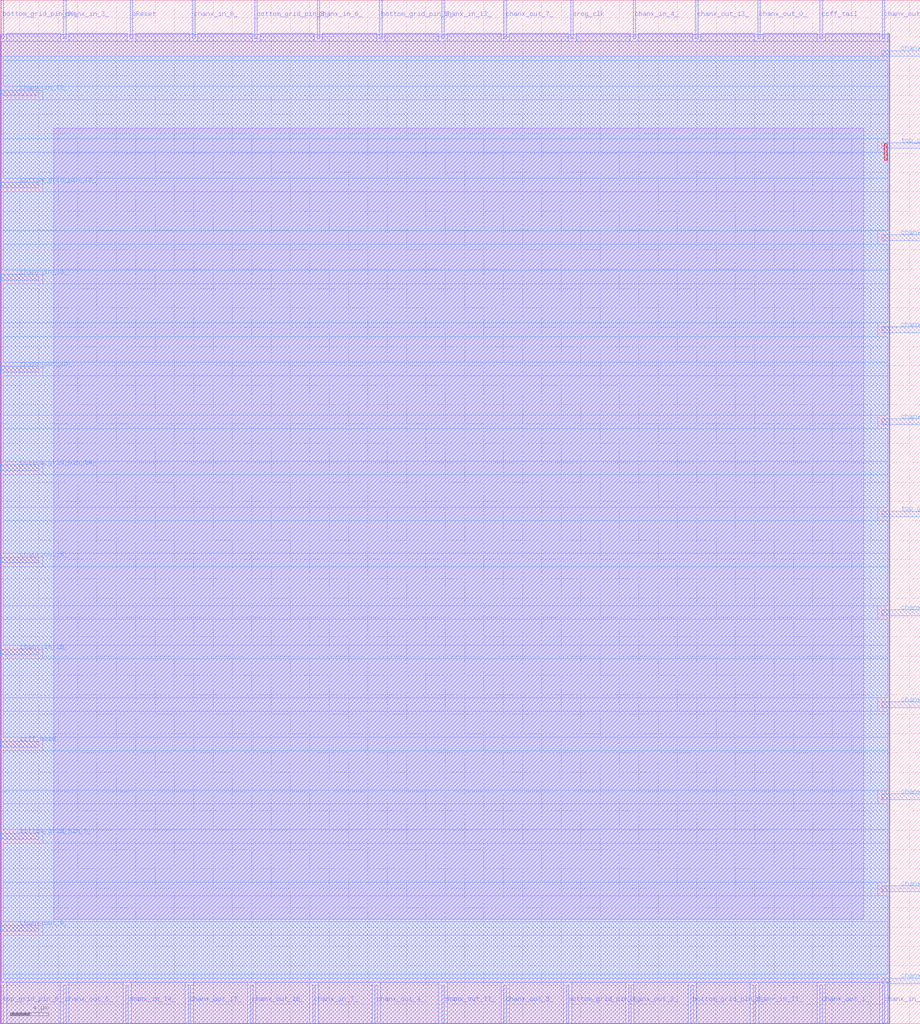
<source format=lef>
VERSION 5.7 ;
  NAMESCASESENSITIVE ON ;
  NOWIREEXTENSIONATPIN ON ;
  DIVIDERCHAR "/" ;
  BUSBITCHARS "[]" ;
UNITS
  DATABASE MICRONS 200 ;
END UNITS

MACRO cbx_1__0_
  CLASS BLOCK ;
  FOREIGN cbx_1__0_ ;
  ORIGIN 0.000 0.000 ;
  SIZE 95.100 BY 105.820 ;
  PIN bottom_grid_pin_0_
    DIRECTION OUTPUT TRISTATE ;
    PORT
      LAYER met3 ;
        RECT 0.000 19.080 4.000 19.680 ;
    END
  END bottom_grid_pin_0_
  PIN bottom_grid_pin_10_
    DIRECTION OUTPUT TRISTATE ;
    PORT
      LAYER met2 ;
        RECT 0.090 101.820 0.370 105.820 ;
    END
  END bottom_grid_pin_10_
  PIN bottom_grid_pin_12_
    DIRECTION OUTPUT TRISTATE ;
    PORT
      LAYER met3 ;
        RECT 0.000 86.400 4.000 87.000 ;
    END
  END bottom_grid_pin_12_
  PIN bottom_grid_pin_14_
    DIRECTION OUTPUT TRISTATE ;
    PORT
      LAYER met3 ;
        RECT 0.000 57.160 4.000 57.760 ;
    END
  END bottom_grid_pin_14_
  PIN bottom_grid_pin_2_
    DIRECTION OUTPUT TRISTATE ;
    PORT
      LAYER met2 ;
        RECT 39.190 101.820 39.470 105.820 ;
    END
  END bottom_grid_pin_2_
  PIN bottom_grid_pin_4_
    DIRECTION OUTPUT TRISTATE ;
    PORT
      LAYER met2 ;
        RECT 58.510 0.000 58.790 4.000 ;
    END
  END bottom_grid_pin_4_
  PIN bottom_grid_pin_6_
    DIRECTION OUTPUT TRISTATE ;
    PORT
      LAYER met2 ;
        RECT 71.390 0.000 71.670 4.000 ;
    END
  END bottom_grid_pin_6_
  PIN bottom_grid_pin_8_
    DIRECTION OUTPUT TRISTATE ;
    PORT
      LAYER met2 ;
        RECT 26.310 101.820 26.590 105.820 ;
    END
  END bottom_grid_pin_8_
  PIN ccff_head
    DIRECTION INPUT ;
    PORT
      LAYER met3 ;
        RECT 0.000 28.600 4.000 29.200 ;
    END
  END ccff_head
  PIN ccff_tail
    DIRECTION OUTPUT TRISTATE ;
    PORT
      LAYER met2 ;
        RECT 84.730 101.820 85.010 105.820 ;
    END
  END ccff_tail
  PIN chanx_in_0_
    DIRECTION INPUT ;
    PORT
      LAYER met3 ;
        RECT 91.100 71.440 95.100 72.040 ;
    END
  END chanx_in_0_
  PIN chanx_in_10_
    DIRECTION INPUT ;
    PORT
      LAYER met3 ;
        RECT 0.000 76.880 4.000 77.480 ;
    END
  END chanx_in_10_
  PIN chanx_in_11_
    DIRECTION INPUT ;
    PORT
      LAYER met2 ;
        RECT 77.830 0.000 78.110 4.000 ;
    END
  END chanx_in_11_
  PIN chanx_in_12_
    DIRECTION INPUT ;
    PORT
      LAYER met3 ;
        RECT 0.000 95.920 4.000 96.520 ;
    END
  END chanx_in_12_
  PIN chanx_in_13_
    DIRECTION INPUT ;
    PORT
      LAYER met2 ;
        RECT 45.630 101.820 45.910 105.820 ;
    END
  END chanx_in_13_
  PIN chanx_in_14_
    DIRECTION INPUT ;
    PORT
      LAYER met2 ;
        RECT 12.970 0.000 13.250 4.000 ;
    END
  END chanx_in_14_
  PIN chanx_in_15_
    DIRECTION INPUT ;
    PORT
      LAYER met3 ;
        RECT 91.100 23.160 95.100 23.760 ;
    END
  END chanx_in_15_
  PIN chanx_in_16_
    DIRECTION INPUT ;
    PORT
      LAYER met3 ;
        RECT 0.000 38.120 4.000 38.720 ;
    END
  END chanx_in_16_
  PIN chanx_in_17_
    DIRECTION INPUT ;
    PORT
      LAYER met3 ;
        RECT 91.100 42.200 95.100 42.800 ;
    END
  END chanx_in_17_
  PIN chanx_in_1_
    DIRECTION INPUT ;
    PORT
      LAYER met3 ;
        RECT 91.100 100.000 95.100 100.600 ;
    END
  END chanx_in_1_
  PIN chanx_in_2_
    DIRECTION INPUT ;
    PORT
      LAYER met3 ;
        RECT 91.100 13.640 95.100 14.240 ;
    END
  END chanx_in_2_
  PIN chanx_in_3_
    DIRECTION INPUT ;
    PORT
      LAYER met2 ;
        RECT 6.530 101.820 6.810 105.820 ;
    END
  END chanx_in_3_
  PIN chanx_in_4_
    DIRECTION INPUT ;
    PORT
      LAYER met2 ;
        RECT 65.410 101.820 65.690 105.820 ;
    END
  END chanx_in_4_
  PIN chanx_in_5_
    DIRECTION INPUT ;
    PORT
      LAYER met3 ;
        RECT 91.100 4.120 95.100 4.720 ;
    END
  END chanx_in_5_
  PIN chanx_in_6_
    DIRECTION INPUT ;
    PORT
      LAYER met2 ;
        RECT 32.750 101.820 33.030 105.820 ;
    END
  END chanx_in_6_
  PIN chanx_in_7_
    DIRECTION INPUT ;
    PORT
      LAYER met2 ;
        RECT 32.290 0.000 32.570 4.000 ;
    END
  END chanx_in_7_
  PIN chanx_in_8_
    DIRECTION INPUT ;
    PORT
      LAYER met2 ;
        RECT 19.870 101.820 20.150 105.820 ;
    END
  END chanx_in_8_
  PIN chanx_in_9_
    DIRECTION INPUT ;
    PORT
      LAYER met2 ;
        RECT 91.170 0.000 91.450 4.000 ;
    END
  END chanx_in_9_
  PIN chanx_out_0_
    DIRECTION OUTPUT TRISTATE ;
    PORT
      LAYER met2 ;
        RECT 78.290 101.820 78.570 105.820 ;
    END
  END chanx_out_0_
  PIN chanx_out_10_
    DIRECTION OUTPUT TRISTATE ;
    PORT
      LAYER met3 ;
        RECT 0.000 67.360 4.000 67.960 ;
    END
  END chanx_out_10_
  PIN chanx_out_11_
    DIRECTION OUTPUT TRISTATE ;
    PORT
      LAYER met2 ;
        RECT 45.630 0.000 45.910 4.000 ;
    END
  END chanx_out_11_
  PIN chanx_out_12_
    DIRECTION OUTPUT TRISTATE ;
    PORT
      LAYER met3 ;
        RECT 91.100 80.960 95.100 81.560 ;
    END
  END chanx_out_12_
  PIN chanx_out_13_
    DIRECTION OUTPUT TRISTATE ;
    PORT
      LAYER met2 ;
        RECT 71.850 101.820 72.130 105.820 ;
    END
  END chanx_out_13_
  PIN chanx_out_14_
    DIRECTION OUTPUT TRISTATE ;
    PORT
      LAYER met2 ;
        RECT 91.170 101.820 91.450 105.820 ;
    END
  END chanx_out_14_
  PIN chanx_out_15_
    DIRECTION OUTPUT TRISTATE ;
    PORT
      LAYER met3 ;
        RECT 91.100 32.680 95.100 33.280 ;
    END
  END chanx_out_15_
  PIN chanx_out_16_
    DIRECTION OUTPUT TRISTATE ;
    PORT
      LAYER met2 ;
        RECT 25.850 0.000 26.130 4.000 ;
    END
  END chanx_out_16_
  PIN chanx_out_17_
    DIRECTION OUTPUT TRISTATE ;
    PORT
      LAYER met2 ;
        RECT 19.410 0.000 19.690 4.000 ;
    END
  END chanx_out_17_
  PIN chanx_out_1_
    DIRECTION OUTPUT TRISTATE ;
    PORT
      LAYER met2 ;
        RECT 84.730 0.000 85.010 4.000 ;
    END
  END chanx_out_1_
  PIN chanx_out_2_
    DIRECTION OUTPUT TRISTATE ;
    PORT
      LAYER met2 ;
        RECT 64.950 0.000 65.230 4.000 ;
    END
  END chanx_out_2_
  PIN chanx_out_3_
    DIRECTION OUTPUT TRISTATE ;
    PORT
      LAYER met2 ;
        RECT 52.070 0.000 52.350 4.000 ;
    END
  END chanx_out_3_
  PIN chanx_out_4_
    DIRECTION OUTPUT TRISTATE ;
    PORT
      LAYER met2 ;
        RECT 38.730 0.000 39.010 4.000 ;
    END
  END chanx_out_4_
  PIN chanx_out_5_
    DIRECTION OUTPUT TRISTATE ;
    PORT
      LAYER met3 ;
        RECT 0.000 47.640 4.000 48.240 ;
    END
  END chanx_out_5_
  PIN chanx_out_6_
    DIRECTION OUTPUT TRISTATE ;
    PORT
      LAYER met2 ;
        RECT 6.530 0.000 6.810 4.000 ;
    END
  END chanx_out_6_
  PIN chanx_out_7_
    DIRECTION OUTPUT TRISTATE ;
    PORT
      LAYER met2 ;
        RECT 52.070 101.820 52.350 105.820 ;
    END
  END chanx_out_7_
  PIN chanx_out_8_
    DIRECTION OUTPUT TRISTATE ;
    PORT
      LAYER met3 ;
        RECT 91.100 61.920 95.100 62.520 ;
    END
  END chanx_out_8_
  PIN chanx_out_9_
    DIRECTION OUTPUT TRISTATE ;
    PORT
      LAYER met3 ;
        RECT 0.000 9.560 4.000 10.160 ;
    END
  END chanx_out_9_
  PIN pReset
    DIRECTION INPUT ;
    PORT
      LAYER met2 ;
        RECT 13.430 101.820 13.710 105.820 ;
    END
  END pReset
  PIN prog_clk
    DIRECTION INPUT ;
    PORT
      LAYER met2 ;
        RECT 58.970 101.820 59.250 105.820 ;
    END
  END prog_clk
  PIN top_grid_pin_14_
    DIRECTION OUTPUT TRISTATE ;
    PORT
      LAYER met3 ;
        RECT 91.100 90.480 95.100 91.080 ;
    END
  END top_grid_pin_14_
  PIN top_grid_pin_2_
    DIRECTION OUTPUT TRISTATE ;
    PORT
      LAYER met3 ;
        RECT 91.100 52.400 95.100 53.000 ;
    END
  END top_grid_pin_2_
  PIN top_grid_pin_6_
    DIRECTION OUTPUT TRISTATE ;
    PORT
      LAYER met2 ;
        RECT 0.090 0.000 0.370 4.000 ;
    END
  END top_grid_pin_6_
  OBS
      LAYER li1 ;
        RECT 5.520 10.795 89.240 92.565 ;
      LAYER met1 ;
        RECT 0.070 0.040 91.930 102.300 ;
      LAYER met2 ;
        RECT 0.650 101.540 6.250 102.410 ;
        RECT 7.090 101.540 13.150 102.410 ;
        RECT 13.990 101.540 19.590 102.410 ;
        RECT 20.430 101.540 26.030 102.410 ;
        RECT 26.870 101.540 32.470 102.410 ;
        RECT 33.310 101.540 38.910 102.410 ;
        RECT 39.750 101.540 45.350 102.410 ;
        RECT 46.190 101.540 51.790 102.410 ;
        RECT 52.630 101.540 58.690 102.410 ;
        RECT 59.530 101.540 65.130 102.410 ;
        RECT 65.970 101.540 71.570 102.410 ;
        RECT 72.410 101.540 78.010 102.410 ;
        RECT 78.850 101.540 84.450 102.410 ;
        RECT 85.290 101.540 90.890 102.410 ;
        RECT 91.730 101.540 91.900 102.410 ;
        RECT 0.100 4.280 91.900 101.540 ;
        RECT 0.650 0.010 6.250 4.280 ;
        RECT 7.090 0.010 12.690 4.280 ;
        RECT 13.530 0.010 19.130 4.280 ;
        RECT 19.970 0.010 25.570 4.280 ;
        RECT 26.410 0.010 32.010 4.280 ;
        RECT 32.850 0.010 38.450 4.280 ;
        RECT 39.290 0.010 45.350 4.280 ;
        RECT 46.190 0.010 51.790 4.280 ;
        RECT 52.630 0.010 58.230 4.280 ;
        RECT 59.070 0.010 64.670 4.280 ;
        RECT 65.510 0.010 71.110 4.280 ;
        RECT 71.950 0.010 77.550 4.280 ;
        RECT 78.390 0.010 84.450 4.280 ;
        RECT 85.290 0.010 90.890 4.280 ;
        RECT 91.730 0.010 91.900 4.280 ;
      LAYER met3 ;
        RECT 0.310 99.600 90.700 100.000 ;
        RECT 0.310 96.920 91.730 99.600 ;
        RECT 4.400 95.520 91.730 96.920 ;
        RECT 0.310 91.480 91.730 95.520 ;
        RECT 0.310 90.080 90.700 91.480 ;
        RECT 0.310 87.400 91.730 90.080 ;
        RECT 4.400 86.000 91.730 87.400 ;
        RECT 0.310 81.960 91.730 86.000 ;
        RECT 0.310 80.560 90.700 81.960 ;
        RECT 0.310 77.880 91.730 80.560 ;
        RECT 4.400 76.480 91.730 77.880 ;
        RECT 0.310 72.440 91.730 76.480 ;
        RECT 0.310 71.040 90.700 72.440 ;
        RECT 0.310 68.360 91.730 71.040 ;
        RECT 4.400 66.960 91.730 68.360 ;
        RECT 0.310 62.920 91.730 66.960 ;
        RECT 0.310 61.520 90.700 62.920 ;
        RECT 0.310 58.160 91.730 61.520 ;
        RECT 4.400 56.760 91.730 58.160 ;
        RECT 0.310 53.400 91.730 56.760 ;
        RECT 0.310 52.000 90.700 53.400 ;
        RECT 0.310 48.640 91.730 52.000 ;
        RECT 4.400 47.240 91.730 48.640 ;
        RECT 0.310 43.200 91.730 47.240 ;
        RECT 0.310 41.800 90.700 43.200 ;
        RECT 0.310 39.120 91.730 41.800 ;
        RECT 4.400 37.720 91.730 39.120 ;
        RECT 0.310 33.680 91.730 37.720 ;
        RECT 0.310 32.280 90.700 33.680 ;
        RECT 0.310 29.600 91.730 32.280 ;
        RECT 4.400 28.200 91.730 29.600 ;
        RECT 0.310 24.160 91.730 28.200 ;
        RECT 0.310 22.760 90.700 24.160 ;
        RECT 0.310 20.080 91.730 22.760 ;
        RECT 4.400 18.680 91.730 20.080 ;
        RECT 0.310 14.640 91.730 18.680 ;
        RECT 0.310 13.240 90.700 14.640 ;
        RECT 0.310 10.560 91.730 13.240 ;
        RECT 4.400 9.160 91.730 10.560 ;
        RECT 0.310 5.120 91.730 9.160 ;
        RECT 0.310 4.720 90.700 5.120 ;
      LAYER met4 ;
        RECT 91.375 89.255 91.705 90.945 ;
  END
END cbx_1__0_
END LIBRARY


</source>
